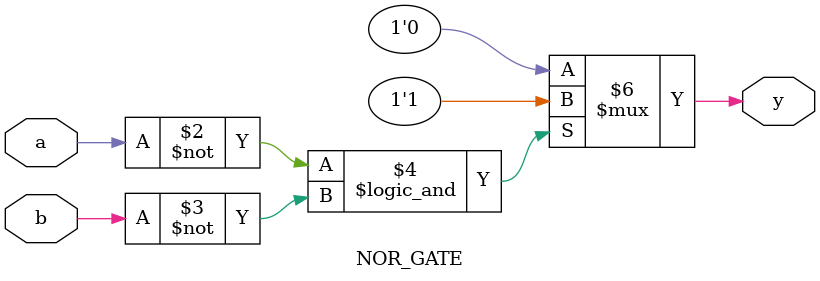
<source format=v>
module NOR_GATE(a,b,y);
  input a,b;
  output reg y;
  
  always@(a or b)
    
    begin
      if(a==0 && b==0) begin
        y=1;
      end
      else begin
        y=0;
      end
    end
endmodule
</source>
